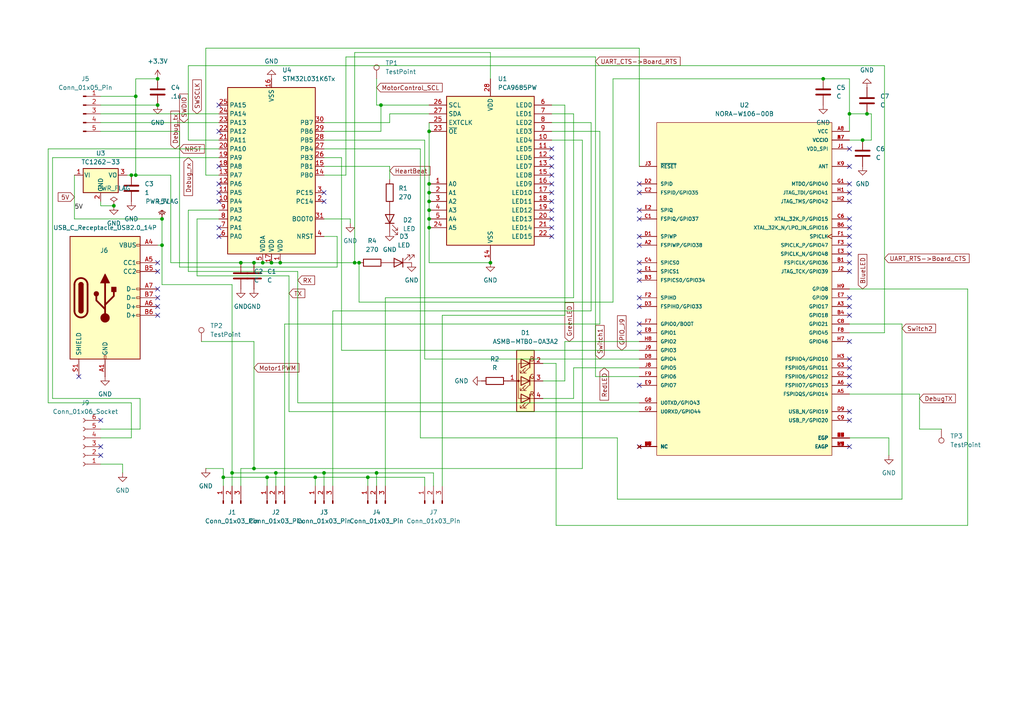
<source format=kicad_sch>
(kicad_sch (version 20250114) (generator "eeschema") (generator_version "9.0")
  (paper "A4")
  (lib_symbols
    (symbol "Connector:Conn_01x03_Pin" (pin_names (offset 1.016) (hide yes))
      (property "Reference" "J" (at 0 5.08 0))
      (property "Value" "Conn_01x03_Pin" (at 0 -5.08 0))
      (symbol "Conn_01x03_Pin_1_1"
        (pin passive line (at 5.08 2.54 180) (length 3.81) (name "Pin_1") (number "1"))
        (pin passive line (at 5.08 0 180) (length 3.81) (name "Pin_2") (number "2"))
        (pin passive line (at 5.08 -2.54 180) (length 3.81) (name "Pin_3") (number "3"))
      )
    )
    (symbol "Connector:Conn_01x05_Pin" (pin_names (offset 1.016) (hide yes))
      (property "Reference" "J" (at 0 7.62 0))
      (property "Value" "Conn_01x05_Pin" (at 0 -7.62 0))
      (symbol "Conn_01x05_Pin_1_1"
        (pin passive line (at 5.08 5.08 180) (length 3.81) (name "Pin_1") (number "1"))
        (pin passive line (at 5.08 2.54 180) (length 3.81) (name "Pin_2") (number "2"))
        (pin passive line (at 5.08 0 180) (length 3.81) (name "Pin_3") (number "3"))
        (pin passive line (at 5.08 -2.54 180) (length 3.81) (name "Pin_4") (number "4"))
        (pin passive line (at 5.08 -5.08 180) (length 3.81) (name "Pin_5") (number "5"))
      )
    )
    (symbol "Connector:Conn_01x06_Socket" (pin_names (offset 1.016) (hide yes))
      (property "Reference" "J" (at 0 7.62 0))
      (property "Value" "Conn_01x06_Socket" (at 0 -10.16 0))
      (symbol "Conn_01x06_Socket_1_1"
        (pin passive line (at -5.08 5.08 0) (length 3.81) (name "Pin_1") (number "1"))
        (pin passive line (at -5.08 2.54 0) (length 3.81) (name "Pin_2") (number "2"))
        (pin passive line (at -5.08 0 0) (length 3.81) (name "Pin_3") (number "3"))
        (pin passive line (at -5.08 -2.54 0) (length 3.81) (name "Pin_4") (number "4"))
        (pin passive line (at -5.08 -5.08 0) (length 3.81) (name "Pin_5") (number "5"))
        (pin passive line (at -5.08 -7.62 0) (length 3.81) (name "Pin_6") (number "6"))
      )
    )
    (symbol "Connector:TestPoint" (pin_numbers (hide yes)) (pin_names (offset 0.762) (hide yes))
      (property "Reference" "TP" (at 0 6.858 0))
      (property "Value" "TestPoint" (at 0 5.08 0))
      (symbol "TestPoint_1_1"
        (pin passive line (at 0 0 90) (length 2.54) (name "1") (number "1"))
      )
    )
    (symbol "Connector:USB_C_Receptacle_USB2.0_14P" (pin_names (offset 1.016))
      (property "Reference" "J" (at 0 22.225 0))
      (property "Value" "USB_C_Receptacle_USB2.0_14P" (at 0 19.685 0))
      (symbol "USB_C_Receptacle_USB2.0_14P_1_1"
        (pin passive line (at -7.62 -22.86 90) (length 5.08) (name "SHIELD") (number "S1"))
        (pin passive line (at 0 -22.86 90) (length 5.08) (name "GND") (number "A1"))
        (pin passive line (at 0 -22.86 90) (length 5.08) (hide yes) (name "GND") (number "A12"))
        (pin passive line (at 0 -22.86 90) (length 5.08) (hide yes) (name "GND") (number "B1"))
        (pin passive line (at 0 -22.86 90) (length 5.08) (hide yes) (name "GND") (number "B12"))
        (pin passive line (at 15.24 15.24 180) (length 5.08) (name "VBUS") (number "A4"))
        (pin passive line (at 15.24 15.24 180) (length 5.08) (hide yes) (name "VBUS") (number "A9"))
        (pin passive line (at 15.24 15.24 180) (length 5.08) (hide yes) (name "VBUS") (number "B4"))
        (pin passive line (at 15.24 15.24 180) (length 5.08) (hide yes) (name "VBUS") (number "B9"))
        (pin bidirectional line (at 15.24 10.16 180) (length 5.08) (name "CC1") (number "A5"))
        (pin bidirectional line (at 15.24 7.62 180) (length 5.08) (name "CC2") (number "B5"))
        (pin bidirectional line (at 15.24 2.54 180) (length 5.08) (name "D-") (number "A7"))
        (pin bidirectional line (at 15.24 0 180) (length 5.08) (name "D-") (number "B7"))
        (pin bidirectional line (at 15.24 -2.54 180) (length 5.08) (name "D+") (number "A6"))
        (pin bidirectional line (at 15.24 -5.08 180) (length 5.08) (name "D+") (number "B6"))
      )
    )
    (symbol "Device:C" (pin_numbers (hide yes)) (pin_names (offset 0.254))
      (property "Reference" "C" (at 0.635 2.54 0))
      (property "Value" "C" (at 0.635 -2.54 0))
      (symbol "C_1_1"
        (pin passive line (at 0 3.81 270) (length 2.794) (name "~") (number "1"))
        (pin passive line (at 0 -3.81 90) (length 2.794) (name "~") (number "2"))
      )
    )
    (symbol "Device:LED" (pin_numbers (hide yes)) (pin_names (offset 1.016) (hide yes))
      (property "Reference" "D" (at 0 2.54 0))
      (property "Value" "LED" (at 0 -2.54 0))
      (symbol "LED_1_1"
        (pin passive line (at -3.81 0 0) (length 2.54) (name "K") (number "1"))
        (pin passive line (at 3.81 0 180) (length 2.54) (name "A") (number "2"))
      )
    )
    (symbol "Device:R" (pin_numbers (hide yes)) (pin_names (offset 0))
      (property "Reference" "R1" (at 2.54 1.2701 0))
      (property "Value" "330" (at 2.54 -1.2699 0))
      (symbol "R_1_1"
        (pin passive line (at 0 3.81 270) (length 1.27) (name "~") (number "1"))
        (pin passive line (at 0 -3.81 90) (length 1.27) (name "~") (number "2"))
      )
    )
    (symbol "Driver_LED:PCA9685PW"
      (property "Reference" "U" (at -12.7 22.225 0))
      (property "Value" "PCA9685PW" (at 1.27 22.225 0))
      (symbol "PCA9685PW_1_1"
        (pin input line (at -17.78 17.78 0) (length 5.08) (name "SCL") (number "26"))
        (pin bidirectional line (at -17.78 15.24 0) (length 5.08) (name "SDA") (number "27"))
        (pin input line (at -17.78 12.7 0) (length 5.08) (name "EXTCLK") (number "25"))
        (pin input line (at -17.78 10.16 0) (length 5.08) (name "~{OE}") (number "23"))
        (pin input line (at -17.78 -5.08 0) (length 5.08) (name "A0") (number "1"))
        (pin input line (at -17.78 -7.62 0) (length 5.08) (name "A1") (number "2"))
        (pin input line (at -17.78 -10.16 0) (length 5.08) (name "A2") (number "3"))
        (pin input line (at -17.78 -12.7 0) (length 5.08) (name "A3") (number "4"))
        (pin input line (at -17.78 -15.24 0) (length 5.08) (name "A4") (number "5"))
        (pin input line (at -17.78 -17.78 0) (length 5.08) (name "A5") (number "24"))
        (pin power_in line (at 0 25.4 270) (length 5.08) (name "VDD") (number "28"))
        (pin power_in line (at 0 -27.94 90) (length 5.08) (name "VSS") (number "14"))
        (pin output line (at 17.78 17.78 180) (length 5.08) (name "LED0") (number "6"))
        (pin output line (at 17.78 15.24 180) (length 5.08) (name "LED1") (number "7"))
        (pin output line (at 17.78 12.7 180) (length 5.08) (name "LED2") (number "8"))
        (pin output line (at 17.78 10.16 180) (length 5.08) (name "LED3") (number "9"))
        (pin output line (at 17.78 7.62 180) (length 5.08) (name "LED4") (number "10"))
        (pin output line (at 17.78 5.08 180) (length 5.08) (name "LED5") (number "11"))
        (pin output line (at 17.78 2.54 180) (length 5.08) (name "LED6") (number "12"))
        (pin output line (at 17.78 0 180) (length 5.08) (name "LED7") (number "13"))
        (pin output line (at 17.78 -2.54 180) (length 5.08) (name "LED8") (number "15"))
        (pin output line (at 17.78 -5.08 180) (length 5.08) (name "LED9") (number "16"))
        (pin output line (at 17.78 -7.62 180) (length 5.08) (name "LED10") (number "17"))
        (pin output line (at 17.78 -10.16 180) (length 5.08) (name "LED11") (number "18"))
        (pin output line (at 17.78 -12.7 180) (length 5.08) (name "LED12") (number "19"))
        (pin output line (at 17.78 -15.24 180) (length 5.08) (name "LED13") (number "20"))
        (pin output line (at 17.78 -17.78 180) (length 5.08) (name "LED14") (number "21"))
        (pin output line (at 17.78 -20.32 180) (length 5.08) (name "LED15") (number "22"))
      )
    )
    (symbol "LED:ASMB-MTB0-0A3A2" (pin_names (offset 0) (hide yes))
      (property "Reference" "D" (at 0 10.16 0))
      (property "Value" "ASMB-MTB0-0A3A2" (at 0 -10.16 0))
      (symbol "ASMB-MTB0-0A3A2_0_0"
        (text "R" (at -1.905 3.81 0) (effects (font (size 1.27 1.27))))
        (text "G" (at -1.905 -1.27 0) (effects (font (size 1.27 1.27))))
        (text "B" (at -1.905 -6.35 0) (effects (font (size 1.27 1.27))))
      )
      (symbol "ASMB-MTB0-0A3A2_1_1"
        (pin passive line (at -5.08 5.08 0) (length 2.54) (name "RK") (number "4"))
        (pin passive line (at -5.08 0 0) (length 2.54) (name "GK") (number "3"))
        (pin passive line (at -5.08 -5.08 0) (length 2.54) (name "BK") (number "2"))
        (pin passive line (at 5.08 0 180) (length 2.54) (name "A") (number "1"))
      )
    )
    (symbol "MCU_ST_STM32L0:STM32L031K6Tx"
      (property "Reference" "U" (at -12.7 26.67 0))
      (property "Value" "STM32L031K6Tx" (at 5.08 26.67 0))
      (symbol "STM32L031K6Tx_1_1"
        (pin input line (at -15.24 20.32 0) (length 2.54) (name "NRST") (number "4"))
        (pin input line (at -15.24 15.24 0) (length 2.54) (name "BOOT0") (number "31"))
        (pin bidirectional line (at -15.24 10.16 0) (length 2.54) (name "PC14") (number "2"))
        (pin bidirectional line (at -15.24 7.62 0) (length 2.54) (name "PC15") (number "3"))
        (pin bidirectional line (at -15.24 2.54 0) (length 2.54) (name "PB0") (number "14"))
        (pin bidirectional line (at -15.24 0 0) (length 2.54) (name "PB1") (number "15"))
        (pin bidirectional line (at -15.24 -2.54 0) (length 2.54) (name "PB3") (number "26"))
        (pin bidirectional line (at -15.24 -5.08 0) (length 2.54) (name "PB4") (number "27"))
        (pin bidirectional line (at -15.24 -7.62 0) (length 2.54) (name "PB5") (number "28"))
        (pin bidirectional line (at -15.24 -10.16 0) (length 2.54) (name "PB6") (number "29"))
        (pin bidirectional line (at -15.24 -12.7 0) (length 2.54) (name "PB7") (number "30"))
        (pin power_in line (at -2.54 27.94 270) (length 2.54) (name "VDD") (number "1"))
        (pin power_in line (at 0 27.94 270) (length 2.54) (name "VDD") (number "17"))
        (pin power_in line (at 0 -25.4 90) (length 2.54) (name "VSS") (number "16"))
        (pin passive line (at 0 -25.4 90) (length 2.54) (hide yes) (name "VSS") (number "32"))
        (pin power_in line (at 2.54 27.94 270) (length 2.54) (name "VDDA") (number "5"))
        (pin bidirectional line (at 15.24 20.32 180) (length 2.54) (name "PA0") (number "6"))
        (pin bidirectional line (at 15.24 17.78 180) (length 2.54) (name "PA1") (number "7"))
        (pin bidirectional line (at 15.24 15.24 180) (length 2.54) (name "PA2") (number "8"))
        (pin bidirectional line (at 15.24 12.7 180) (length 2.54) (name "PA3") (number "9"))
        (pin bidirectional line (at 15.24 10.16 180) (length 2.54) (name "PA4") (number "10"))
        (pin bidirectional line (at 15.24 7.62 180) (length 2.54) (name "PA5") (number "11"))
        (pin bidirectional line (at 15.24 5.08 180) (length 2.54) (name "PA6") (number "12"))
        (pin bidirectional line (at 15.24 2.54 180) (length 2.54) (name "PA7") (number "13"))
        (pin bidirectional line (at 15.24 0 180) (length 2.54) (name "PA8") (number "18"))
        (pin bidirectional line (at 15.24 -2.54 180) (length 2.54) (name "PA9") (number "19"))
        (pin bidirectional line (at 15.24 -5.08 180) (length 2.54) (name "PA10") (number "20"))
        (pin bidirectional line (at 15.24 -7.62 180) (length 2.54) (name "PA11") (number "21"))
        (pin bidirectional line (at 15.24 -10.16 180) (length 2.54) (name "PA12") (number "22"))
        (pin bidirectional line (at 15.24 -12.7 180) (length 2.54) (name "PA13") (number "23"))
        (pin bidirectional line (at 15.24 -15.24 180) (length 2.54) (name "PA14") (number "24"))
        (pin bidirectional line (at 15.24 -17.78 180) (length 2.54) (name "PA15") (number "25"))
      )
    )
    (symbol "NORA-W106-00B:NORA-W106-00B" (pin_names (offset 1.016))
      (property "Reference" "U" (at -25.4 48.895 0))
      (property "Value" "NORA-W106-00B" (at -25.4 -50.8 0))
      (symbol "NORA-W106-00B_0_0"
        (pin input line (at -30.48 35.56 0) (length 5.08) (name "~{RESET}") (number "J3"))
        (pin bidirectional line (at -30.48 30.48 0) (length 5.08) (name "SPID") (number "D2"))
        (pin bidirectional line (at -30.48 27.94 0) (length 5.08) (name "FSPID/GPIO35") (number "C2"))
        (pin bidirectional line (at -30.48 22.86 0) (length 5.08) (name "SPIQ") (number "E2"))
        (pin bidirectional line (at -30.48 20.32 0) (length 5.08) (name "FSPIQ/GPIO37") (number "C1"))
        (pin bidirectional line (at -30.48 15.24 0) (length 5.08) (name "SPIWP") (number "D1"))
        (pin bidirectional line (at -30.48 12.7 0) (length 5.08) (name "FSPIWP/GPIO38") (number "A2"))
        (pin bidirectional line (at -30.48 7.62 0) (length 5.08) (name "SPICS0") (number "C4"))
        (pin bidirectional line (at -30.48 5.08 0) (length 5.08) (name "SPICS1") (number "E1"))
        (pin bidirectional line (at -30.48 2.54 0) (length 5.08) (name "FSPICS0/GPIO34") (number "B3"))
        (pin bidirectional line (at -30.48 -2.54 0) (length 5.08) (name "SPIHD") (number "F2"))
        (pin bidirectional line (at -30.48 -5.08 0) (length 5.08) (name "FSPIHD/GPIO33") (number "D3"))
        (pin bidirectional line (at -30.48 -10.16 0) (length 5.08) (name "GPIO0/BOOT") (number "F7"))
        (pin bidirectional line (at -30.48 -12.7 0) (length 5.08) (name "GPIO1") (number "E8"))
        (pin bidirectional line (at -30.48 -15.24 0) (length 5.08) (name "GPIO2") (number "H8"))
        (pin bidirectional line (at -30.48 -17.78 0) (length 5.08) (name "GPIO3") (number "J9"))
        (pin bidirectional line (at -30.48 -20.32 0) (length 5.08) (name "GPIO4") (number "D8"))
        (pin bidirectional line (at -30.48 -22.86 0) (length 5.08) (name "GPIO5") (number "J8"))
        (pin bidirectional line (at -30.48 -25.4 0) (length 5.08) (name "GPIO6") (number "F9"))
        (pin bidirectional line (at -30.48 -27.94 0) (length 5.08) (name "GPIO7") (number "E9"))
        (pin bidirectional line (at -30.48 -33.02 0) (length 5.08) (name "U0TXD/GPIO43") (number "G8"))
        (pin bidirectional line (at -30.48 -35.56 0) (length 5.08) (name "U0RXD/GPIO44") (number "G9"))
        (pin no_connect line (at -30.48 -45.72 0) (length 5.08) (name "NC") (number "A4"))
        (pin no_connect line (at -30.48 -45.72 0) (length 5.08) (name "NC") (number "B5"))
        (pin no_connect line (at -30.48 -45.72 0) (length 5.08) (name "NC") (number "B9"))
        (pin no_connect line (at -30.48 -45.72 0) (length 5.08) (name "NC") (number "C5"))
        (pin no_connect line (at -30.48 -45.72 0) (length 5.08) (name "NC") (number "D7"))
        (pin no_connect line (at -30.48 -45.72 0) (length 5.08) (name "NC") (number "G4"))
        (pin no_connect line (at -30.48 -45.72 0) (length 5.08) (name "NC") (number "G5"))
        (pin no_connect line (at -30.48 -45.72 0) (length 5.08) (name "NC") (number "G7"))
        (pin no_connect line (at -30.48 -45.72 0) (length 5.08) (name "NC") (number "J4"))
        (pin no_connect line (at -30.48 -45.72 0) (length 5.08) (name "NC") (number "J5"))
        (pin no_connect line (at -30.48 -45.72 0) (length 5.08) (name "NC") (number "J7"))
        (pin no_connect line (at -30.48 -45.72 0) (length 5.08) (name "NC") (number "K1"))
        (pin input line (at 30.48 45.72 180) (length 5.08) (name "VCC") (number "A8"))
        (pin input line (at 30.48 43.18 180) (length 5.08) (name "VCCIO") (number "A7"))
        (pin input line (at 30.48 43.18 180) (length 5.08) (name "VCCIO") (number "B7"))
        (pin output line (at 30.48 40.64 180) (length 5.08) (name "VDD_SPI") (number "J1"))
        (pin bidirectional line (at 30.48 35.56 180) (length 5.08) (name "ANT") (number "K9"))
        (pin bidirectional line (at 30.48 30.48 180) (length 5.08) (name "MTDO/GPIO40") (number "G1"))
        (pin bidirectional line (at 30.48 27.94 180) (length 5.08) (name "JTAG_TDI/GPIO41") (number "H1"))
        (pin bidirectional line (at 30.48 25.4 180) (length 5.08) (name "JTAG_TMS/GPIO42") (number "H2"))
        (pin bidirectional line (at 30.48 20.32 180) (length 5.08) (name "XTAL_32K_P/GPIO15") (number "C6"))
        (pin bidirectional line (at 30.48 17.78 180) (length 5.08) (name "XTAL_32K_N/LPO_IN_GPIO16") (number "B6"))
        (pin bidirectional clock (at 30.48 15.24 180) (length 5.08) (name "SPICLK") (number "F1"))
        (pin bidirectional line (at 30.48 12.7 180) (length 5.08) (name "SPICLK_P/GPIO47") (number "F3"))
        (pin bidirectional line (at 30.48 10.16 180) (length 5.08) (name "SPICLK_N/GPIO48") (number "E3"))
        (pin bidirectional line (at 30.48 7.62 180) (length 5.08) (name "FSPICLK/GPIO36") (number "B1"))
        (pin bidirectional line (at 30.48 5.08 180) (length 5.08) (name "JTAG_TCK/GPIO39") (number "J2"))
        (pin bidirectional line (at 30.48 0 180) (length 5.08) (name "GPIO8") (number "H9"))
        (pin bidirectional line (at 30.48 -2.54 180) (length 5.08) (name "GPIO9") (number "E7"))
        (pin bidirectional line (at 30.48 -5.08 180) (length 5.08) (name "GPIO17") (number "A3"))
        (pin bidirectional line (at 30.48 -7.62 180) (length 5.08) (name "GPIO18") (number "B4"))
        (pin bidirectional line (at 30.48 -10.16 180) (length 5.08) (name "GPIO21") (number "C8"))
        (pin bidirectional line (at 30.48 -12.7 180) (length 5.08) (name "GPIO45") (number "F8"))
        (pin bidirectional line (at 30.48 -15.24 180) (length 5.08) (name "GPIO46") (number "H7"))
        (pin bidirectional line (at 30.48 -20.32 180) (length 5.08) (name "FSPIIO4/GPIO10") (number "H3"))
        (pin bidirectional line (at 30.48 -22.86 180) (length 5.08) (name "FSPIIO5/GPIO11") (number "G3"))
        (pin bidirectional line (at 30.48 -25.4 180) (length 5.08) (name "FSPIIO6/GPIO12") (number "G2"))
        (pin bidirectional line (at 30.48 -27.94 180) (length 5.08) (name "FSPIIO7/GPIO13") (number "A6"))
        (pin bidirectional line (at 30.48 -30.48 180) (length 5.08) (name "FSPIDQS/GPIO14") (number "A5"))
        (pin bidirectional line (at 30.48 -35.56 180) (length 5.08) (name "USB_N/GPIO19") (number "D9"))
        (pin bidirectional line (at 30.48 -38.1 180) (length 5.08) (name "USB_P/GPIO20") (number "C9"))
        (pin power_in line (at 30.48 -43.18 180) (length 5.08) (name "EGP") (number "A1"))
        (pin power_in line (at 30.48 -43.18 180) (length 5.08) (name "EGP") (number "A9"))
        (pin power_in line (at 30.48 -43.18 180) (length 5.08) (name "EGP") (number "B2"))
        (pin power_in line (at 30.48 -43.18 180) (length 5.08) (name "EGP") (number "B8"))
        (pin power_in line (at 30.48 -43.18 180) (length 5.08) (name "EGP") (number "E4"))
        (pin power_in line (at 30.48 -43.18 180) (length 5.08) (name "EGP") (number "E5"))
        (pin power_in line (at 30.48 -43.18 180) (length 5.08) (name "EGP") (number "F4"))
        (pin power_in line (at 30.48 -43.18 180) (length 5.08) (name "EGP") (number "F5"))
        (pin power_in line (at 30.48 -43.18 180) (length 5.08) (name "EGP") (number "K2"))
        (pin power_in line (at 30.48 -43.18 180) (length 5.08) (name "EGP") (number "K3"))
        (pin power_in line (at 30.48 -43.18 180) (length 5.08) (name "EGP") (number "K5"))
        (pin power_in line (at 30.48 -43.18 180) (length 5.08) (name "EGP") (number "K7"))
        (pin power_in line (at 30.48 -43.18 180) (length 5.08) (name "EGP") (number "K8"))
        (pin power_in line (at 30.48 -45.72 180) (length 5.08) (name "EAGP") (number "L1"))
        (pin power_in line (at 30.48 -45.72 180) (length 5.08) (name "EAGP") (number "L9"))
        (pin power_in line (at 30.48 -45.72 180) (length 5.08) (name "EAGP") (number "M1"))
        (pin power_in line (at 30.48 -45.72 180) (length 5.08) (name "EAGP") (number "M2"))
        (pin power_in line (at 30.48 -45.72 180) (length 5.08) (name "EAGP") (number "M8"))
        (pin power_in line (at 30.48 -45.72 180) (length 5.08) (name "EAGP") (number "M9"))
      )
    )
    (symbol "R_2" (pin_numbers (hide yes)) (pin_names (offset 0))
      (property "Reference" "R" (at 2.032 0 90))
      (property "Value" "R" (at 0 0 90))
      (symbol "R_2_1_1"
        (pin passive line (at 0 3.81 270) (length 1.27) (name "~") (number "1"))
        (pin passive line (at 0 -3.81 90) (length 1.27) (name "~") (number "2"))
      )
    )
    (symbol "Regulator_Linear:TC1262-33" (pin_names (offset 0.254))
      (property "Reference" "U" (at -3.81 3.175 0))
      (property "Value" "TC1262-33" (at 0 3.175 0))
      (symbol "TC1262-33_1_1"
        (pin power_in line (at -7.62 0 0) (length 2.54) (name "VI") (number "1"))
        (pin power_in line (at 0 -7.62 90) (length 2.54) (name "GND") (number "2"))
        (pin power_out line (at 7.62 0 180) (length 2.54) (name "VO") (number "3"))
      )
    )
    (symbol "power:+3.3V" (power) (pin_numbers (hide yes)) (pin_names (offset 0) (hide yes))
      (property "Value" "+3.3V" (at 0 3.556 0))
      (symbol "+3.3V_1_1"
        (pin power_in line (at 0 0 90) (length 0) (name "~") (number "1"))
      )
    )
    (symbol "power:+5V" (power) (pin_numbers (hide yes)) (pin_names (offset 0) (hide yes))
      (property "Value" "+5V" (at 0 3.556 0))
      (symbol "+5V_1_1"
        (pin power_in line (at 0 0 90) (length 0) (name "~") (number "1"))
      )
    )
    (symbol "power:GND" (power) (pin_numbers (hide yes)) (pin_names (offset 0) (hide yes))
      (property "Value" "GND" (at 0 -3.81 0))
      (symbol "GND_1_1"
        (pin power_in line (at 0 0 270) (length 0) (name "~") (number "1"))
      )
    )
    (symbol "power:PWR_FLAG" (power) (pin_numbers (hide yes)) (pin_names (offset 0) (hide yes))
      (property "Value" "PWR_FLAG" (at 0 3.81 0))
      (symbol "PWR_FLAG_0_0"
        (pin power_out line (at 0 0 90) (length 0) (name "~") (number "1"))
      )
    )
  )
  (junction (at 73.66 135.89))
  (junction (at 73.66 76.2))
  (junction (at 93.98 137.16))
  (junction (at 39.37 27.94))
  (junction (at 238.76 22.86))
  (junction (at 38.1 50.8))
  (junction (at 124.46 58.42))
  (junction (at 69.85 76.2))
  (junction (at 124.46 66.04))
  (junction (at 110.49 30.48))
  (junction (at 251.46 33.02))
  (junction (at 246.38 33.02))
  (junction (at 77.47 138.43))
  (junction (at 124.46 38.1))
  (junction (at 80.01 137.16))
  (junction (at 104.14 76.2))
  (junction (at 39.37 50.8))
  (junction (at 102.87 76.2))
  (junction (at 67.31 137.16))
  (junction (at 124.46 55.88))
  (junction (at 45.72 30.48))
  (junction (at 124.46 60.96))
  (junction (at 33.02 59.69))
  (junction (at 250.19 40.64))
  (junction (at 109.22 137.16))
  (junction (at 46.99 71.12))
  (junction (at 76.2 76.2))
  (junction (at 45.72 22.86))
  (junction (at 78.74 76.2))
  (junction (at 124.46 53.34))
  (junction (at 46.99 63.5))
  (junction (at 64.77 138.43))
  (junction (at 142.24 76.2))
  (junction (at 106.68 138.43))
  (junction (at 91.44 138.43))
  (junction (at 81.28 76.2))
  (junction (at 124.46 63.5))
  (no_connect (at 63.5 48.26))
  (no_connect (at 185.42 76.2))
  (no_connect (at 63.5 30.48))
  (no_connect (at 29.21 121.92))
  (no_connect (at 246.38 121.92))
  (no_connect (at 160.02 68.58))
  (no_connect (at 185.42 71.12))
  (no_connect (at 246.38 104.14))
  (no_connect (at 185.42 86.36))
  (no_connect (at 246.38 88.9))
  (no_connect (at 246.38 119.38))
  (no_connect (at 246.38 86.36))
  (no_connect (at 185.42 53.34))
  (no_connect (at 185.42 129.54))
  (no_connect (at 45.72 76.2))
  (no_connect (at 93.98 58.42))
  (no_connect (at 185.42 63.5))
  (no_connect (at 246.38 48.26))
  (no_connect (at 63.5 38.1))
  (no_connect (at 160.02 48.26))
  (no_connect (at 160.02 58.42))
  (no_connect (at 45.72 86.36))
  (no_connect (at 246.38 91.44))
  (no_connect (at 160.02 50.8))
  (no_connect (at 185.42 55.88))
  (no_connect (at 160.02 53.34))
  (no_connect (at 160.02 63.5))
  (no_connect (at 185.42 93.98))
  (no_connect (at 93.98 55.88))
  (no_connect (at 63.5 58.42))
  (no_connect (at 45.72 88.9))
  (no_connect (at 246.38 58.42))
  (no_connect (at 160.02 45.72))
  (no_connect (at 246.38 66.04))
  (no_connect (at 246.38 76.2))
  (no_connect (at 185.42 60.96))
  (no_connect (at 246.38 55.88))
  (no_connect (at 185.42 88.9))
  (no_connect (at 22.86 109.22))
  (no_connect (at 246.38 78.74))
  (no_connect (at 246.38 68.58))
  (no_connect (at 246.38 129.54))
  (no_connect (at 246.38 106.68))
  (no_connect (at 246.38 111.76))
  (no_connect (at 63.5 55.88))
  (no_connect (at 45.72 78.74))
  (no_connect (at 246.38 53.34))
  (no_connect (at 185.42 68.58))
  (no_connect (at 45.72 91.44))
  (no_connect (at 29.21 129.54))
  (no_connect (at 63.5 68.58))
  (no_connect (at 246.38 73.66))
  (no_connect (at 185.42 96.52))
  (no_connect (at 246.38 43.18))
  (no_connect (at 160.02 66.04))
  (no_connect (at 185.42 81.28))
  (no_connect (at 63.5 66.04))
  (no_connect (at 29.21 132.08))
  (no_connect (at 185.42 111.76))
  (no_connect (at 185.42 78.74))
  (no_connect (at 246.38 71.12))
  (no_connect (at 246.38 99.06))
  (no_connect (at 246.38 109.22))
  (no_connect (at 160.02 43.18))
  (no_connect (at 63.5 53.34))
  (no_connect (at 160.02 55.88))
  (no_connect (at 246.38 63.5))
  (no_connect (at 45.72 83.82))
  (no_connect (at 160.02 60.96))
  (wire (pts (xy 93.98 43.18) (xy 121.92 43.18)))
  (wire (pts (xy 67.31 140.97) (xy 67.31 137.16)))
  (wire (pts (xy 163.83 30.48) (xy 160.02 30.48)))
  (wire (pts (xy 261.62 93.98) (xy 246.38 93.98)))
  (wire (pts (xy 77.47 140.97) (xy 77.47 138.43)))
  (wire (pts (xy 76.2 76.2) (xy 78.74 76.2)))
  (wire (pts (xy 110.49 38.1) (xy 110.49 30.48)))
  (wire (pts (xy 49.53 76.2) (xy 49.53 50.8)))
  (wire (pts (xy 168.91 135.89) (xy 73.66 135.89)))
  (wire (pts (xy 142.24 15.24) (xy 142.24 22.86)))
  (wire (pts (xy 171.45 90.17) (xy 171.45 35.56)))
  (wire (pts (xy 73.66 99.06) (xy 73.66 135.89)))
  (wire (pts (xy 39.37 22.86) (xy 39.37 27.94)))
  (wire (pts (xy 69.85 76.2) (xy 49.53 76.2)))
  (wire (pts (xy 64.77 135.89) (xy 64.77 138.43)))
  (wire (pts (xy 78.74 76.2) (xy 81.28 76.2)))
  (wire (pts (xy 246.38 96.52) (xy 256.54 96.52)))
  (wire (pts (xy 93.98 68.58) (xy 97.79 68.58)))
  (wire (pts (xy 100.33 50.8) (xy 93.98 50.8)))
  (wire (pts (xy 83.82 80.01) (xy 83.82 119.38)))
  (wire (pts (xy 59.69 13.97) (xy 59.69 50.8)))
  (wire (pts (xy 29.21 30.48) (xy 45.72 30.48)))
  (wire (pts (xy 125.73 137.16) (xy 125.73 140.97)))
  (wire (pts (xy 29.21 33.02) (xy 63.5 33.02)))
  (wire (pts (xy 113.03 48.26) (xy 113.03 52.07)))
  (wire (pts (xy 166.37 106.68) (xy 166.37 115.57)))
  (wire (pts (xy 93.98 48.26) (xy 113.03 48.26)))
  (wire (pts (xy 172.72 109.22) (xy 172.72 16.51)))
  (wire (pts (xy 163.83 30.48) (xy 163.83 91.44)))
  (wire (pts (xy 82.55 140.97) (xy 82.55 93.98)))
  (wire (pts (xy 128.27 140.97) (xy 128.27 91.44)))
  (wire (pts (xy 160.02 40.64) (xy 168.91 40.64)))
  (wire (pts (xy 97.79 68.58) (xy 97.79 77.47)))
  (wire (pts (xy 252.73 40.64) (xy 252.73 33.02)))
  (wire (pts (xy 266.7 114.3) (xy 266.7 124.46)))
  (wire (pts (xy 124.46 58.42) (xy 124.46 60.96)))
  (wire (pts (xy 250.19 40.64) (xy 252.73 40.64)))
  (wire (pts (xy 124.46 35.56) (xy 124.46 38.1)))
  (wire (pts (xy 29.21 124.46) (xy 40.64 124.46)))
  (wire (pts (xy 81.28 76.2) (xy 102.87 76.2)))
  (wire (pts (xy 52.07 77.47) (xy 97.79 77.47)))
  (wire (pts (xy 171.45 35.56) (xy 160.02 35.56)))
  (wire (pts (xy 93.98 35.56) (xy 113.03 35.56)))
  (wire (pts (xy 238.76 22.86) (xy 177.8 22.86)))
  (wire (pts (xy 128.27 91.44) (xy 163.83 91.44)))
  (wire (pts (xy 96.52 140.97) (xy 96.52 90.17)))
  (wire (pts (xy 35.56 134.62) (xy 35.56 137.16)))
  (wire (pts (xy 246.38 33.02) (xy 251.46 33.02)))
  (wire (pts (xy 46.99 63.5) (xy 21.59 63.5)))
  (wire (pts (xy 179.07 127) (xy 179.07 144.78)))
  (wire (pts (xy 67.31 137.16) (xy 67.31 82.55)))
  (wire (pts (xy 111.76 86.36) (xy 166.37 86.36)))
  (wire (pts (xy 113.03 35.56) (xy 113.03 33.02)))
  (wire (pts (xy 256.54 96.52) (xy 256.54 19.05)))
  (wire (pts (xy 86.36 78.74) (xy 86.36 116.84)))
  (wire (pts (xy 261.62 144.78) (xy 261.62 93.98)))
  (wire (pts (xy 49.53 50.8) (xy 39.37 50.8)))
  (wire (pts (xy 124.46 66.04) (xy 124.46 76.2)))
  (wire (pts (xy 54.61 40.64) (xy 63.5 40.64)))
  (wire (pts (xy 102.87 15.24) (xy 142.24 15.24)))
  (wire (pts (xy 185.42 109.22) (xy 172.72 109.22)))
  (wire (pts (xy 96.52 90.17) (xy 171.45 90.17)))
  (wire (pts (xy 124.46 76.2) (xy 142.24 76.2)))
  (wire (pts (xy 29.21 59.69) (xy 33.02 59.69)))
  (wire (pts (xy 67.31 82.55) (xy 46.99 82.55)))
  (wire (pts (xy 39.37 50.8) (xy 39.37 27.94)))
  (wire (pts (xy 185.42 99.06) (xy 163.83 99.06)))
  (wire (pts (xy 110.49 30.48) (xy 124.46 30.48)))
  (wire (pts (xy 161.29 152.4) (xy 161.29 105.41)))
  (wire (pts (xy 15.24 45.72) (xy 15.24 115.57)))
  (wire (pts (xy 93.98 38.1) (xy 110.49 38.1)))
  (wire (pts (xy 67.31 137.16) (xy 80.01 137.16)))
  (wire (pts (xy 15.24 115.57) (xy 40.64 115.57)))
  (wire (pts (xy 93.98 63.5) (xy 101.6 63.5)))
  (wire (pts (xy 101.6 63.5) (xy 101.6 64.77)))
  (wire (pts (xy 124.46 60.96) (xy 124.46 63.5)))
  (wire (pts (xy 246.38 114.3) (xy 266.7 114.3)))
  (wire (pts (xy 38.1 50.8) (xy 39.37 50.8)))
  (wire (pts (xy 123.19 104.14) (xy 123.19 40.64)))
  (wire (pts (xy 280.67 152.4) (xy 161.29 152.4)))
  (wire (pts (xy 58.42 99.06) (xy 73.66 99.06)))
  (wire (pts (xy 73.66 76.2) (xy 69.85 76.2)))
  (wire (pts (xy 246.38 40.64) (xy 250.19 40.64)))
  (wire (pts (xy 29.21 58.42) (xy 29.21 59.69)))
  (wire (pts (xy 185.42 116.84) (xy 86.36 116.84)))
  (wire (pts (xy 29.21 35.56) (xy 63.5 35.56)))
  (wire (pts (xy 57.15 80.01) (xy 57.15 63.5)))
  (wire (pts (xy 123.19 40.64) (xy 93.98 40.64)))
  (wire (pts (xy 29.21 38.1) (xy 52.07 38.1)))
  (wire (pts (xy 83.82 80.01) (xy 57.15 80.01)))
  (wire (pts (xy 124.46 63.5) (xy 124.46 66.04)))
  (wire (pts (xy 29.21 134.62) (xy 35.56 134.62)))
  (wire (pts (xy 69.85 135.89) (xy 69.85 140.97)))
  (wire (pts (xy 246.38 33.02) (xy 246.38 22.86)))
  (wire (pts (xy 29.21 127) (xy 38.1 127)))
  (wire (pts (xy 124.46 53.34) (xy 124.46 55.88)))
  (wire (pts (xy 13.97 43.18) (xy 63.5 43.18)))
  (wire (pts (xy 104.14 87.63) (xy 104.14 76.2)))
  (wire (pts (xy 246.38 127) (xy 257.81 127)))
  (wire (pts (xy 246.38 83.82) (xy 280.67 83.82)))
  (wire (pts (xy 39.37 22.86) (xy 45.72 22.86)))
  (wire (pts (xy 124.46 38.1) (xy 124.46 53.34)))
  (wire (pts (xy 256.54 19.05) (xy 54.61 19.05)))
  (wire (pts (xy 59.69 135.89) (xy 64.77 135.89)))
  (wire (pts (xy 172.72 16.51) (xy 100.33 16.51)))
  (wire (pts (xy 102.87 76.2) (xy 102.87 15.24)))
  (wire (pts (xy 177.8 22.86) (xy 177.8 87.63)))
  (wire (pts (xy 113.03 33.02) (xy 124.46 33.02)))
  (wire (pts (xy 93.98 137.16) (xy 93.98 140.97)))
  (wire (pts (xy 246.38 22.86) (xy 238.76 22.86)))
  (wire (pts (xy 257.81 127) (xy 257.81 132.08)))
  (wire (pts (xy 83.82 119.38) (xy 185.42 119.38)))
  (wire (pts (xy 13.97 116.84) (xy 38.1 116.84)))
  (wire (pts (xy 161.29 105.41) (xy 157.48 105.41)))
  (wire (pts (xy 166.37 115.57) (xy 157.48 115.57)))
  (wire (pts (xy 121.92 43.18) (xy 121.92 127)))
  (wire (pts (xy 54.61 78.74) (xy 54.61 60.96)))
  (wire (pts (xy 185.42 13.97) (xy 59.69 13.97)))
  (wire (pts (xy 121.92 127) (xy 179.07 127)))
  (wire (pts (xy 57.15 63.5) (xy 63.5 63.5)))
  (wire (pts (xy 280.67 83.82) (xy 280.67 152.4)))
  (wire (pts (xy 168.91 40.64) (xy 168.91 135.89)))
  (wire (pts (xy 38.1 127) (xy 38.1 116.84)))
  (wire (pts (xy 106.68 138.43) (xy 123.19 138.43)))
  (wire (pts (xy 109.22 22.86) (xy 109.22 30.48)))
  (wire (pts (xy 91.44 140.97) (xy 91.44 138.43)))
  (wire (pts (xy 91.44 138.43) (xy 106.68 138.43)))
  (wire (pts (xy 77.47 138.43) (xy 64.77 138.43)))
  (wire (pts (xy 99.06 45.72) (xy 93.98 45.72)))
  (wire (pts (xy 163.83 99.06) (xy 163.83 110.49)))
  (wire (pts (xy 160.02 38.1) (xy 173.99 38.1)))
  (wire (pts (xy 13.97 43.18) (xy 13.97 116.84)))
  (wire (pts (xy 46.99 82.55) (xy 46.99 71.12)))
  (wire (pts (xy 109.22 137.16) (xy 109.22 140.97)))
  (wire (pts (xy 109.22 30.48) (xy 110.49 30.48)))
  (wire (pts (xy 82.55 93.98) (xy 173.99 93.98)))
  (wire (pts (xy 163.83 110.49) (xy 157.48 110.49)))
  (wire (pts (xy 166.37 33.02) (xy 166.37 86.36)))
  (wire (pts (xy 99.06 101.6) (xy 99.06 45.72)))
  (wire (pts (xy 36.83 50.8) (xy 38.1 50.8)))
  (wire (pts (xy 111.76 140.97) (xy 111.76 86.36)))
  (wire (pts (xy 21.59 63.5) (xy 21.59 50.8)))
  (wire (pts (xy 177.8 87.63) (xy 104.14 87.63)))
  (wire (pts (xy 124.46 55.88) (xy 124.46 58.42)))
  (wire (pts (xy 166.37 106.68) (xy 185.42 106.68)))
  (wire (pts (xy 29.21 27.94) (xy 39.37 27.94)))
  (wire (pts (xy 73.66 135.89) (xy 69.85 135.89)))
  (wire (pts (xy 179.07 144.78) (xy 261.62 144.78)))
  (wire (pts (xy 86.36 78.74) (xy 54.61 78.74)))
  (wire (pts (xy 64.77 138.43) (xy 64.77 140.97)))
  (wire (pts (xy 46.99 71.12) (xy 46.99 63.5)))
  (wire (pts (xy 80.01 137.16) (xy 93.98 137.16)))
  (wire (pts (xy 246.38 38.1) (xy 246.38 33.02)))
  (wire (pts (xy 40.64 115.57) (xy 40.64 124.46)))
  (wire (pts (xy 100.33 16.51) (xy 100.33 50.8)))
  (wire (pts (xy 77.47 138.43) (xy 91.44 138.43)))
  (wire (pts (xy 251.46 33.02) (xy 252.73 33.02)))
  (wire (pts (xy 102.87 76.2) (xy 104.14 76.2)))
  (wire (pts (xy 52.07 38.1) (xy 52.07 77.47)))
  (wire (pts (xy 76.2 76.2) (xy 73.66 76.2)))
  (wire (pts (xy 109.22 137.16) (xy 125.73 137.16)))
  (wire (pts (xy 45.72 71.12) (xy 46.99 71.12)))
  (wire (pts (xy 123.19 104.14) (xy 185.42 104.14)))
  (wire (pts (xy 93.98 137.16) (xy 109.22 137.16)))
  (wire (pts (xy 59.69 50.8) (xy 63.5 50.8)))
  (wire (pts (xy 123.19 140.97) (xy 123.19 138.43)))
  (wire (pts (xy 54.61 60.96) (xy 63.5 60.96)))
  (wire (pts (xy 54.61 19.05) (xy 54.61 40.64)))
  (wire (pts (xy 185.42 48.26) (xy 185.42 13.97)))
  (wire (pts (xy 160.02 33.02) (xy 166.37 33.02)))
  (wire (pts (xy 80.01 137.16) (xy 80.01 140.97)))
  (wire (pts (xy 106.68 140.97) (xy 106.68 138.43)))
  (wire (pts (xy 15.24 45.72) (xy 63.5 45.72)))
  (wire (pts (xy 185.42 101.6) (xy 99.06 101.6)))
  (wire (pts (xy 266.7 124.46) (xy 273.05 124.46)))
  (wire (pts (xy 173.99 93.98) (xy 173.99 38.1)))
  (label "5V" (at 21.59 60.96 0))
  (global_label "UART_CTS->Board_RTS" (shape input) (at 172.72 17.78 0) (property "Intersheetrefs" "${INTERSHEET_REFS}" (effects (hide yes))))
  (global_label "DebugTX" (shape input) (at 266.7 115.57 0) (property "Intersheetrefs" "${INTERSHEET_REFS}" (effects (hide yes))))
  (global_label "HeartBeat" (shape input) (at 113.03 49.53 0) (property "Intersheetrefs" "${INTERSHEET_REFS}" (effects (hide yes))))
  (global_label "GPIO_J9" (shape input) (at 180.34 101.6 90) (property "Intersheetrefs" "${INTERSHEET_REFS}" (effects (hide yes))))
  (global_label "MotorControl_SCL" (shape input) (at 109.22 25.4 0) (property "Intersheetrefs" "${INTERSHEET_REFS}" (effects (hide yes))))
  (global_label "GreenLED" (shape input) (at 165.1 99.06 90) (property "Intersheetrefs" "${INTERSHEET_REFS}" (effects (hide yes))))
  (global_label "5V" (shape input) (at 21.59 57.15 180) (property "Intersheetrefs" "${INTERSHEET_REFS}" (effects (hide yes))))
  (global_label "BlueLED" (shape input) (at 250.19 83.82 90) (property "Intersheetrefs" "${INTERSHEET_REFS}" (effects (hide yes))))
  (global_label "RedLED" (shape input) (at 175.26 106.68 270) (property "Intersheetrefs" "${INTERSHEET_REFS}" (effects (hide yes))))
  (global_label "Debug_rx" (shape input) (at 54.61 45.72 270) (property "Intersheetrefs" "${INTERSHEET_REFS}" (effects (hide yes))))
  (global_label "SWDIO" (shape input) (at 53.34 35.56 90) (property "Intersheetrefs" "${INTERSHEET_REFS}" (effects (hide yes))))
  (global_label "Debug_tx" (shape input) (at 50.8 43.18 90) (property "Intersheetrefs" "${INTERSHEET_REFS}" (effects (hide yes))))
  (global_label "NRST" (shape input) (at 52.07 43.18 0) (property "Intersheetrefs" "${INTERSHEET_REFS}" (effects (hide yes))))
  (global_label "SWSCLK" (shape input) (at 57.15 33.02 90) (property "Intersheetrefs" "${INTERSHEET_REFS}" (effects (hide yes))))
  (global_label "Switch1" (shape input) (at 173.99 104.14 90) (property "Intersheetrefs" "${INTERSHEET_REFS}" (effects (hide yes))))
  (global_label "TX" (shape input) (at 83.82 85.09 0) (property "Intersheetrefs" "${INTERSHEET_REFS}" (effects (hide yes))))
  (global_label "Switch2" (shape input) (at 261.62 95.25 0) (property "Intersheetrefs" "${INTERSHEET_REFS}" (effects (hide yes))))
  (global_label "UART_RTS->Board_CTS" (shape input) (at 256.54 74.93 0) (property "Intersheetrefs" "${INTERSHEET_REFS}" (effects (hide yes))))
  (global_label "Motor1PWM" (shape input) (at 73.66 106.68 0) (property "Intersheetrefs" "${INTERSHEET_REFS}" (effects (hide yes))))
  (global_label "RX" (shape input) (at 86.36 81.28 0) (property "Intersheetrefs" "${INTERSHEET_REFS}" (effects (hide yes))))
  (symbol (lib_name "R_2") (lib_id "Device:R") (at 143.51 110.49 90) (unit 1)
    (property "Reference" "R2" (at 143.51 104.14 90))
    (property "Value" "R" (at 143.51 106.68 90))
    (property "Footprint" "Resistor_SMD:R_0805_2012Metric_Pad1.20x1.40mm_HandSolder" (effects (hide yes)))
    (property "Description" "Resistor" (effects (hide yes)))
  )
  (symbol (lib_id "power:GND") (at 257.81 132.08 0) (unit 1)
    (property "Reference" "#PWR02" (effects (hide yes)))
    (property "Value" "GND" (at 257.81 137.16 0))
    (property "Description" "Power symbol creates a global label with name \"GND\" , ground" (effects (hide yes)))
  )
  (symbol (lib_id "power:+5V") (at 46.99 63.5 0) (unit 1)
    (property "Reference" "#PWR08" (effects (hide yes)))
    (property "Value" "+5V" (at 46.99 58.42 0))
    (property "Description" "Power symbol creates a global label with name \"+5V\"" (effects (hide yes)))
  )
  (symbol (lib_id "power:GND") (at 101.6 64.77 0) (unit 1)
    (property "Reference" "#PWR07" (effects (hide yes)))
    (property "Value" "GND" (at 101.6 69.85 0))
    (property "Description" "Power symbol creates a global label with name \"GND\" , ground" (effects (hide yes)))
  )
  (symbol (lib_id "power:GND") (at 35.56 137.16 0) (unit 1)
    (property "Reference" "#PWR012" (effects (hide yes)))
    (property "Value" "GND" (at 35.56 142.24 0))
    (property "Description" "Power symbol creates a global label with name \"GND\" , ground" (effects (hide yes)))
  )
  (symbol (lib_id "Device:C") (at 73.66 80.01 0) (unit 1)
    (property "Reference" "C1" (at 77.47 78.7399 0) (effects (justify left)))
    (property "Value" "C" (at 77.47 81.2799 0) (effects (justify left)))
    (property "Footprint" "Capacitor_SMD:C_0504_1310Metric_Pad0.83x1.28mm_HandSolder" (effects (hide yes)))
    (property "Description" "Unpolarized capacitor" (effects (hide yes)))
  )
  (symbol (lib_id "Driver_LED:PCA9685PW") (at 142.24 48.26 0) (unit 1)
    (property "Reference" "U1" (at 144.3833 22.86 0) (effects (justify left)))
    (property "Value" "PCA9685PW" (at 144.3833 25.4 0) (effects (justify left)))
    (property "Footprint" "Package_SO:TSSOP-28_4.4x9.7mm_P0.65mm" (effects (hide yes)))
    (property "Datasheet" "http://www.nxp.com/docs/en/data-sheet/PCA9685.pdf" (effects (hide yes)))
    (property "Description" "16-channel 12-bit PWM Fm+ I2C-bus LED controller RGBA TSSOP" (effects (hide yes)))
  )
  (symbol (lib_id "Connector:TestPoint") (at 109.22 22.86 0) (unit 1)
    (property "Reference" "TP1" (at 111.76 18.2879 0) (effects (justify left)))
    (property "Value" "TestPoint" (at 111.76 20.8279 0) (effects (justify left)))
    (property "Footprint" "TestPoint:TestPoint_Pad_2.5x2.5mm" (effects (hide yes)))
    (property "Description" "test point" (effects (hide yes)))
  )
  (symbol (lib_id "Device:C") (at 238.76 26.67 0) (unit 1)
    (property "Reference" "C5" (at 242.57 25.3999 0) (effects (justify left)))
    (property "Value" "C" (at 242.57 27.9399 0) (effects (justify left)))
    (property "Footprint" "Capacitor_SMD:C_0504_1310Metric_Pad0.83x1.28mm_HandSolder" (effects (hide yes)))
    (property "Description" "Unpolarized capacitor" (effects (hide yes)))
  )
  (symbol (lib_id "Connector:Conn_01x03_Pin") (at 109.22 146.05 90) (unit 1)
    (property "Reference" "J4" (at 109.22 148.59 90))
    (property "Value" "Conn_01x03_Pin" (at 109.22 151.13 90))
    (property "Footprint" "Connector_PinHeader_2.54mm:PinHeader_1x03_P2.54mm_Horizontal" (effects (hide yes)))
    (property "Description" "Generic connector, single row, 01x03, script generated" (effects (hide yes)))
  )
  (symbol (lib_id "power:GND") (at 78.74 22.86 180) (unit 1)
    (property "Reference" "#PWR0102" (effects (hide yes)))
    (property "Value" "GND" (at 78.74 17.78 0))
    (property "Description" "Power symbol creates a global label with name \"GND\" , ground" (effects (hide yes)))
  )
  (symbol (lib_id "Connector:Conn_01x03_Pin") (at 67.31 146.05 90) (unit 1)
    (property "Reference" "J1" (at 67.31 148.59 90))
    (property "Value" "Conn_01x03_Pin" (at 67.31 151.13 90))
    (property "Footprint" "Connector_PinHeader_2.54mm:PinHeader_1x03_P2.54mm_Horizontal" (effects (hide yes)))
    (property "Description" "Generic connector, single row, 01x03, script generated" (effects (hide yes)))
  )
  (symbol (lib_id "Connector:TestPoint") (at 58.42 99.06 0) (unit 1)
    (property "Reference" "TP2" (at 60.96 94.4879 0) (effects (justify left)))
    (property "Value" "TestPoint" (at 60.96 97.0279 0) (effects (justify left)))
    (property "Footprint" "TestPoint:TestPoint_Pad_2.5x2.5mm" (effects (hide yes)))
    (property "Description" "test point" (effects (hide yes)))
  )
  (symbol (lib_id "power:GND") (at 33.02 59.69 0) (unit 1)
    (property "Reference" "#PWR04" (effects (hide yes)))
    (property "Value" "GND" (at 33.02 64.77 0))
    (property "Description" "Power symbol creates a global label with name \"GND\" , ground" (effects (hide yes)))
  )
  (symbol (lib_id "Connector:TestPoint") (at 273.05 124.46 180) (unit 1)
    (property "Reference" "TP3" (at 275.59 126.4919 0) (effects (justify right)))
    (property "Value" "TestPoint" (at 275.59 129.0319 0) (effects (justify right)))
    (property "Footprint" "TestPoint:TestPoint_Pad_2.5x2.5mm" (effects (hide yes)))
    (property "Description" "test point" (effects (hide yes)))
  )
  (symbol (lib_id "Device:C") (at 69.85 80.01 0) (unit 1)
    (property "Reference" "C2" (at 73.66 78.7399 0) (effects (justify left)))
    (property "Value" "C" (at 73.66 81.2799 0) (effects (justify left)))
    (property "Footprint" "Capacitor_SMD:C_0504_1310Metric_Pad0.83x1.28mm_HandSolder" (effects (hide yes)))
    (property "Description" "Unpolarized capacitor" (effects (hide yes)))
  )
  (symbol (lib_id "power:GND") (at 30.48 109.22 0) (unit 1)
    (property "Reference" "#PWR05" (effects (hide yes)))
    (property "Value" "GND" (at 30.48 114.3 0))
    (property "Description" "Power symbol creates a global label with name \"GND\" , ground" (effects (hide yes)))
  )
  (symbol (lib_id "Connector:Conn_01x06_Socket") (at 24.13 129.54 180) (unit 1)
    (property "Reference" "J9" (at 24.765 116.84 0))
    (property "Value" "Conn_01x06_Socket" (at 24.765 119.38 0))
    (property "Footprint" "Connector_PinSocket_2.54mm:PinSocket_1x06_P2.54mm_Vertical" (effects (hide yes)))
    (property "Description" "Generic connector, single row, 01x06, script generated" (effects (hide yes)))
  )
  (symbol (lib_id "Device:R") (at 107.95 76.2 90) (unit 1)
    (property "Reference" "R4" (at 107.95 69.85 90))
    (property "Value" "270" (at 107.95 72.39 90))
    (property "Footprint" "Resistor_SMD:R_0805_2012Metric_Pad1.20x1.40mm_HandSolder" (effects (hide yes)))
    (property "Description" "Resistor" (effects (hide yes)))
  )
  (symbol (lib_id "Device:C") (at 45.72 26.67 0) (unit 1)
    (property "Reference" "C4" (at 49.53 25.3999 0) (effects (justify left)))
    (property "Value" ".1u" (at 49.53 27.9399 0) (effects (justify left)))
    (property "Footprint" "Capacitor_SMD:C_0504_1310Metric_Pad0.83x1.28mm_HandSolder" (effects (hide yes)))
    (property "Description" "Unpolarized capacitor" (effects (hide yes)))
  )
  (symbol (lib_id "power:GND") (at 139.7 110.49 270) (unit 1)
    (property "Reference" "#PWR09" (effects (hide yes)))
    (property "Value" "GND" (at 135.89 110.4899 90) (effects (justify right)))
    (property "Description" "Power symbol creates a global label with name \"GND\" , ground" (effects (hide yes)))
  )
  (symbol (lib_id "power:GND") (at 119.38 76.2 0) (unit 1)
    (property "Reference" "#PWR011" (effects (hide yes)))
    (property "Value" "GND" (at 119.38 81.28 0))
    (property "Description" "Power symbol creates a global label with name \"GND\" , ground" (effects (hide yes)))
  )
  (symbol (lib_id "Connector:Conn_01x03_Pin") (at 93.98 146.05 90) (unit 1)
    (property "Reference" "J3" (at 93.98 148.59 90))
    (property "Value" "Conn_01x03_Pin" (at 93.98 151.13 90))
    (property "Footprint" "Connector_PinHeader_2.54mm:PinHeader_1x03_P2.54mm_Horizontal" (effects (hide yes)))
    (property "Description" "Generic connector, single row, 01x03, script generated" (effects (hide yes)))
  )
  (symbol (lib_id "power:GND") (at 38.1 58.42 0) (unit 1)
    (property "Reference" "#PWR010" (effects (hide yes)))
    (property "Value" "GND" (at 38.1 63.5 0))
    (property "Description" "Power symbol creates a global label with name \"GND\" , ground" (effects (hide yes)))
  )
  (symbol (lib_id "Device:C") (at 251.46 29.21 0) (unit 1)
    (property "Reference" "C7" (at 255.27 27.9399 0) (effects (justify left)))
    (property "Value" "C" (at 255.27 30.4799 0) (effects (justify left)))
    (property "Footprint" "Capacitor_SMD:C_0504_1310Metric_Pad0.83x1.28mm_HandSolder" (effects (hide yes)))
    (property "Description" "Unpolarized capacitor" (effects (hide yes)))
  )
  (symbol (lib_id "Device:LED") (at 113.03 63.5 90) (unit 1)
    (property "Reference" "D2" (at 116.84 63.8174 90) (effects (justify right)))
    (property "Value" "LED" (at 116.84 66.3574 90) (effects (justify right)))
    (property "Footprint" "LED_SMD:LED_1206_3216Metric_Pad1.42x1.75mm_HandSolder" (effects (hide yes)))
    (property "Description" "Light emitting diode" (effects (hide yes)))
    (property "Sim.Pins" "1=K 2=A" (effects (hide yes)))
  )
  (symbol (lib_id "power:+3.3V") (at 45.72 22.86 0) (unit 1)
    (property "Reference" "#PWR0101" (effects (hide yes)))
    (property "Value" "+3.3V" (at 45.72 17.78 0))
    (property "Description" "Power symbol creates a global label with name \"+3.3V\"" (effects (hide yes)))
  )
  (symbol (lib_id "power:GND") (at 69.85 83.82 0) (unit 1)
    (property "Reference" "#PWR014" (effects (hide yes)))
    (property "Value" "GND" (at 69.85 88.9 0))
    (property "Description" "Power symbol creates a global label with name \"GND\" , ground" (effects (hide yes)))
  )
  (symbol (lib_id "LED:ASMB-MTB0-0A3A2") (at 152.4 110.49 180) (unit 1)
    (property "Reference" "D1" (at 152.4 96.52 0))
    (property "Value" "ASMB-MTB0-0A3A2" (at 152.4 99.06 0))
    (property "Footprint" "LED_SMD:LED_Avago_PLCC4_3.2x2.8mm_CW" (effects (hide yes)))
    (property "Datasheet" "https://docs.broadcom.com/docs/AV02-4186EN" (effects (hide yes)))
    (property "Description" "Tricolor Black Surface LED, Common Anode Pin 1, PLCC-4" (effects (hide yes)))
  )
  (symbol (lib_id "Device:R") (at 113.03 55.88 180) (unit 1)
    (property "Reference" "R1" (at 115.57 54.6099 0) (effects (justify right)))
    (property "Value" "270" (at 115.57 57.1499 0) (effects (justify right)))
    (property "Footprint" "Resistor_SMD:R_0805_2012Metric_Pad1.20x1.40mm_HandSolder" (effects (hide yes)))
    (property "Description" "Resistor" (effects (hide yes)))
  )
  (symbol (lib_id "power:PWR_FLAG") (at 33.02 59.69 0) (unit 1)
    (property "Reference" "#FLG03" (effects (hide yes)))
    (property "Value" "PWR_FLAG" (at 33.02 54.61 0))
    (property "Description" "Special symbol for telling ERC where power comes from" (effects (hide yes)))
  )
  (symbol (lib_id "Device:C") (at 38.1 54.61 0) (unit 1)
    (property "Reference" "C3" (at 41.91 53.3399 0) (effects (justify left)))
    (property "Value" "1" (at 41.91 55.8799 0) (effects (justify left)))
    (property "Footprint" "Capacitor_SMD:C_0504_1310Metric_Pad0.83x1.28mm_HandSolder" (effects (hide yes)))
    (property "Description" "Unpolarized capacitor" (effects (hide yes)))
  )
  (symbol (lib_id "Device:C") (at 250.19 44.45 0) (unit 1)
    (property "Reference" "C6" (at 254 43.1799 0) (effects (justify left)))
    (property "Value" "C" (at 254 45.7199 0) (effects (justify left)))
    (property "Footprint" "Capacitor_SMD:C_0504_1310Metric_Pad0.83x1.28mm_HandSolder" (effects (hide yes)))
    (property "Description" "Unpolarized capacitor" (effects (hide yes)))
  )
  (symbol (lib_id "power:PWR_FLAG") (at 46.99 63.5 0) (unit 1)
    (property "Reference" "#FLG04" (effects (hide yes)))
    (property "Value" "PWR_FLAG" (at 46.99 58.42 0))
    (property "Description" "Special symbol for telling ERC where power comes from" (effects (hide yes)))
  )
  (symbol (lib_id "NORA-W106-00B:NORA-W106-00B") (at 215.9 83.82 0) (unit 1)
    (property "Reference" "U2" (at 215.9 30.48 0))
    (property "Value" "NORA-W106-00B" (at 215.9 33.02 0))
    (property "Footprint" "NORA-W106-00B:XCVR_NORA-W106-00B" (effects (hide yes)))
    (property "MF" "u-blox" (effects (hide yes)))
    (property "MAXIMUM_PACKAGE_HEIGHT" "1.9 mm" (effects (hide yes)))
    (property "Package" "SMD-82 u-blox" (effects (hide yes)))
    (property "Price" "None" (effects (hide yes)))
    (property "Check_prices" "https://www.snapeda.com/parts/NORA-W106-00B/u-blox/view-part/?ref=eda" (effects (hide yes)))
    (property "STANDARD" "Manufacturer recommendations" (effects (hide yes)))
    (property "PARTREV" "R03" (effects (hide yes)))
    (property "SnapEDA_Link" "https://www.snapeda.com/parts/NORA-W106-00B/u-blox/view-part/?ref=snap" (effects (hide yes)))
    (property "MP" "NORA-W106-00B" (effects (hide yes)))
    (property "Description_1" "Bluetooth, WiFi 802.11b/g/n, Bluetooth v5.0 Transceiver Module 2.4GHz Antenna Not Included Surface Mount" (effects (hide yes)))
    (property "Availability" "In Stock" (effects (hide yes)))
    (property "MANUFACTURER" "U-BLOX" (effects (hide yes)))
  )
  (symbol (lib_id "Connector:Conn_01x03_Pin") (at 80.01 146.05 90) (unit 1)
    (property "Reference" "J2" (at 80.01 148.59 90))
    (property "Value" "Conn_01x03_Pin" (at 80.01 151.13 90))
    (property "Footprint" "Connector_PinHeader_2.54mm:PinHeader_1x03_P2.54mm_Horizontal" (effects (hide yes)))
    (property "Description" "Generic connector, single row, 01x03, script generated" (effects (hide yes)))
  )
  (symbol (lib_id "power:GND") (at 142.24 76.2 0) (unit 1)
    (property "Reference" "#PWR01" (effects (hide yes)))
    (property "Value" "GND" (at 142.24 81.28 0))
    (property "Description" "Power symbol creates a global label with name \"GND\" , ground" (effects (hide yes)))
  )
  (symbol (lib_id "Regulator_Linear:TC1262-33") (at 29.21 50.8 0) (unit 1)
    (property "Reference" "U3" (at 29.21 44.45 0))
    (property "Value" "TC1262-33" (at 29.21 46.99 0))
    (property "Footprint" "Package_TO_SOT_SMD:SOT-223-3_TabPin2" (effects (hide yes)))
    (property "Datasheet" "http://ww1.microchip.com/downloads/en/DeviceDoc/21373C.pdf" (effects (hide yes)))
    (property "Description" "500mA Low Dropout CMOS Voltage Regulator, Fixed Output 3.3V, TO-220/SOT-223/TO-263" (effects (hide yes)))
  )
  (symbol (lib_id "power:GND") (at 250.19 48.26 0) (unit 1)
    (property "Reference" "#PWR017" (effects (hide yes)))
    (property "Value" "GND" (at 250.19 53.34 0))
    (property "Description" "Power symbol creates a global label with name \"GND\" , ground" (effects (hide yes)))
  )
  (symbol (lib_id "MCU_ST_STM32L0:STM32L031K6Tx") (at 78.74 48.26 180) (unit 1)
    (property "Reference" "U4" (at 81.8581 20.32 0) (effects (justify right)))
    (property "Value" "STM32L031K6Tx" (at 81.8581 22.86 0) (effects (justify right)))
    (property "Footprint" "Package_QFP:LQFP-32_7x7mm_P0.8mm" (effects (hide yes)))
    (property "Datasheet" "https://www.st.com/resource/en/datasheet/stm32l031k6.pdf" (effects (hide yes)))
    (property "Description" "STMicroelectronics Arm Cortex-M0+ MCU, 32KB flash, 8KB RAM, 32 MHz, 1.65-3.6V, 25 GPIO, LQFP32" (effects (hide yes)))
  )
  (symbol (lib_id "power:GND") (at 113.03 67.31 0) (unit 1)
    (property "Reference" "#PWR018" (effects (hide yes)))
    (property "Value" "GND" (at 113.03 72.39 0))
    (property "Description" "Power symbol creates a global label with name \"GND\" , ground" (effects (hide yes)))
  )
  (symbol (lib_id "Connector:USB_C_Receptacle_USB2.0_14P") (at 30.48 86.36 0) (unit 1)
    (property "Reference" "J6" (at 30.226 72.644 0))
    (property "Value" "USB_C_Receptacle_USB2.0_14P" (at 30.48 66.04 0))
    (property "Footprint" "Connector_USB:USB_C_Receptacle_GCT_USB4085" (effects (hide yes)))
    (property "Datasheet" "https://www.usb.org/sites/default/files/documents/usb_type-c.zip" (effects (hide yes)))
    (property "Description" "USB 2.0-only 14P Type-C Receptacle connector" (effects (hide yes)))
  )
  (symbol (lib_id "power:GND") (at 73.66 83.82 0) (unit 1)
    (property "Reference" "#PWR013" (effects (hide yes)))
    (property "Value" "GND" (at 73.66 88.9 0))
    (property "Description" "Power symbol creates a global label with name \"GND\" , ground" (effects (hide yes)))
  )
  (symbol (lib_id "Device:LED") (at 115.57 76.2 180) (unit 1)
    (property "Reference" "D3" (at 117.1575 68.58 0))
    (property "Value" "LED" (at 117.1575 71.12 0))
    (property "Footprint" "LED_SMD:LED_1206_3216Metric_Pad1.42x1.75mm_HandSolder" (effects (hide yes)))
    (property "Description" "Light emitting diode" (effects (hide yes)))
    (property "Sim.Pins" "1=K 2=A" (effects (hide yes)))
  )
  (symbol (lib_id "power:GND") (at 251.46 25.4 180) (unit 1)
    (property "Reference" "#PWR016" (effects (hide yes)))
    (property "Value" "GND" (at 251.46 20.32 0))
    (property "Description" "Power symbol creates a global label with name \"GND\" , ground" (effects (hide yes)))
  )
  (symbol (lib_id "Connector:Conn_01x05_Pin") (at 24.13 33.02 0) (unit 1)
    (property "Reference" "J5" (at 24.765 22.86 0))
    (property "Value" "Conn_01x05_Pin" (at 24.765 25.4 0))
    (property "Footprint" "Connector_PinHeader_2.54mm:PinHeader_1x05_P2.54mm_Vertical" (effects (hide yes)))
    (property "Description" "Generic connector, single row, 01x05, script generated" (effects (hide yes)))
  )
  (symbol (lib_id "power:GND") (at 238.76 30.48 0) (unit 1)
    (property "Reference" "#PWR015" (effects (hide yes)))
    (property "Value" "GND" (at 238.76 35.56 0))
    (property "Description" "Power symbol creates a global label with name \"GND\" , ground" (effects (hide yes)))
  )
  (symbol (lib_id "power:GND") (at 45.72 30.48 0) (unit 1)
    (property "Reference" "#PWR06" (effects (hide yes)))
    (property "Value" "GND" (at 45.72 35.56 0))
    (property "Description" "Power symbol creates a global label with name \"GND\" , ground" (effects (hide yes)))
  )
  (symbol (lib_id "Connector:Conn_01x03_Pin") (at 125.73 146.05 90) (unit 1)
    (property "Reference" "J7" (at 125.73 148.59 90))
    (property "Value" "Conn_01x03_Pin" (at 125.73 151.13 90))
    (property "Footprint" "Connector_PinHeader_2.54mm:PinHeader_1x03_P2.54mm_Horizontal" (effects (hide yes)))
    (property "Description" "Generic connector, single row, 01x03, script generated" (effects (hide yes)))
  )
  (symbol (lib_id "power:GND") (at 59.69 135.89 0) (unit 1)
    (property "Reference" "#PWR03" (effects (hide yes)))
    (property "Value" "GND" (at 59.69 140.97 0))
    (property "Description" "Power symbol creates a global label with name \"GND\" , ground" (effects (hide yes)))
  )
)
</source>
